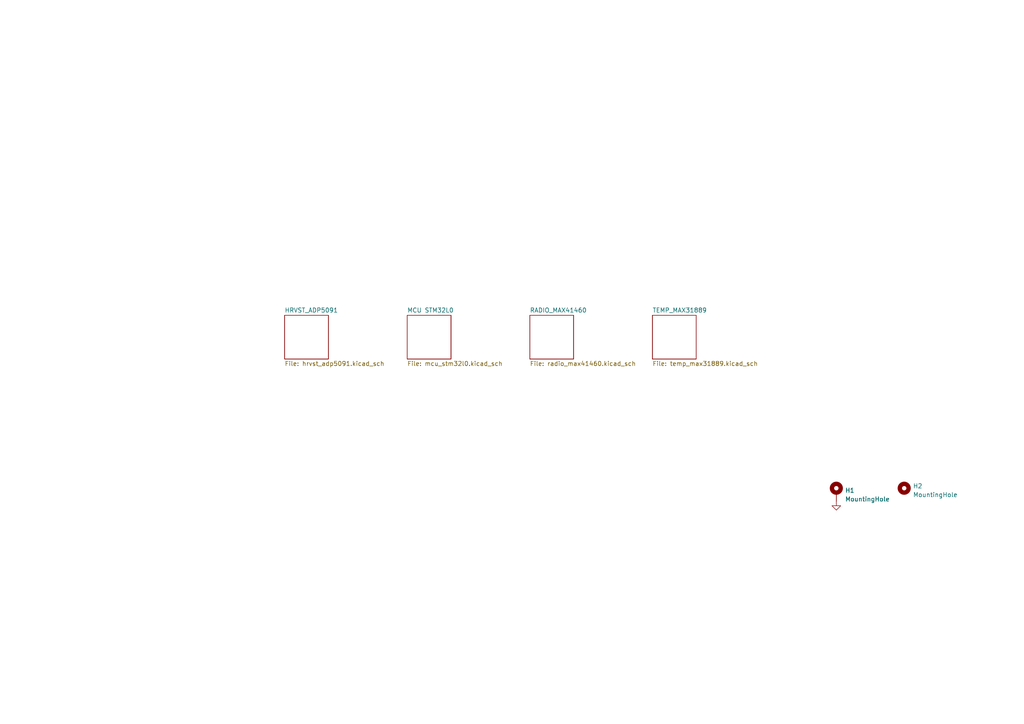
<source format=kicad_sch>
(kicad_sch (version 20230121) (generator eeschema)

  (uuid 0eb44c0c-d1a8-4a0f-ba1d-588ef5b52663)

  (paper "A4")

  (lib_symbols
    (symbol "Mechanical:MountingHole" (pin_names (offset 1.016)) (in_bom yes) (on_board yes)
      (property "Reference" "H" (at 0 5.08 0)
        (effects (font (size 1.27 1.27)))
      )
      (property "Value" "MountingHole" (at 0 3.175 0)
        (effects (font (size 1.27 1.27)))
      )
      (property "Footprint" "" (at 0 0 0)
        (effects (font (size 1.27 1.27)) hide)
      )
      (property "Datasheet" "~" (at 0 0 0)
        (effects (font (size 1.27 1.27)) hide)
      )
      (property "ki_keywords" "mounting hole" (at 0 0 0)
        (effects (font (size 1.27 1.27)) hide)
      )
      (property "ki_description" "Mounting Hole without connection" (at 0 0 0)
        (effects (font (size 1.27 1.27)) hide)
      )
      (property "ki_fp_filters" "MountingHole*" (at 0 0 0)
        (effects (font (size 1.27 1.27)) hide)
      )
      (symbol "MountingHole_0_1"
        (circle (center 0 0) (radius 1.27)
          (stroke (width 1.27) (type default))
          (fill (type none))
        )
      )
    )
    (symbol "Mechanical:MountingHole_Pad" (pin_numbers hide) (pin_names (offset 1.016) hide) (in_bom yes) (on_board yes)
      (property "Reference" "H" (at 0 6.35 0)
        (effects (font (size 1.27 1.27)))
      )
      (property "Value" "MountingHole_Pad" (at 0 4.445 0)
        (effects (font (size 1.27 1.27)))
      )
      (property "Footprint" "" (at 0 0 0)
        (effects (font (size 1.27 1.27)) hide)
      )
      (property "Datasheet" "~" (at 0 0 0)
        (effects (font (size 1.27 1.27)) hide)
      )
      (property "ki_keywords" "mounting hole" (at 0 0 0)
        (effects (font (size 1.27 1.27)) hide)
      )
      (property "ki_description" "Mounting Hole with connection" (at 0 0 0)
        (effects (font (size 1.27 1.27)) hide)
      )
      (property "ki_fp_filters" "MountingHole*Pad*" (at 0 0 0)
        (effects (font (size 1.27 1.27)) hide)
      )
      (symbol "MountingHole_Pad_0_1"
        (circle (center 0 1.27) (radius 1.27)
          (stroke (width 1.27) (type default))
          (fill (type none))
        )
      )
      (symbol "MountingHole_Pad_1_1"
        (pin input line (at 0 -2.54 90) (length 2.54)
          (name "1" (effects (font (size 1.27 1.27))))
          (number "1" (effects (font (size 1.27 1.27))))
        )
      )
    )
    (symbol "power:GND" (power) (pin_names (offset 0)) (in_bom yes) (on_board yes)
      (property "Reference" "#PWR" (at 0 -6.35 0)
        (effects (font (size 1.27 1.27)) hide)
      )
      (property "Value" "GND" (at 0 -3.81 0)
        (effects (font (size 1.27 1.27)))
      )
      (property "Footprint" "" (at 0 0 0)
        (effects (font (size 1.27 1.27)) hide)
      )
      (property "Datasheet" "" (at 0 0 0)
        (effects (font (size 1.27 1.27)) hide)
      )
      (property "ki_keywords" "global power" (at 0 0 0)
        (effects (font (size 1.27 1.27)) hide)
      )
      (property "ki_description" "Power symbol creates a global label with name \"GND\" , ground" (at 0 0 0)
        (effects (font (size 1.27 1.27)) hide)
      )
      (symbol "GND_0_1"
        (polyline
          (pts
            (xy 0 0)
            (xy 0 -1.27)
            (xy 1.27 -1.27)
            (xy 0 -2.54)
            (xy -1.27 -1.27)
            (xy 0 -1.27)
          )
          (stroke (width 0) (type default))
          (fill (type none))
        )
      )
      (symbol "GND_1_1"
        (pin power_in line (at 0 0 270) (length 0) hide
          (name "GND" (effects (font (size 1.27 1.27))))
          (number "1" (effects (font (size 1.27 1.27))))
        )
      )
    )
  )


  (symbol (lib_id "Mechanical:MountingHole") (at 262.255 141.605 0) (unit 1)
    (in_bom yes) (on_board yes) (dnp no) (fields_autoplaced)
    (uuid 42a1c5e7-341b-4eef-b3b9-4cb63c74c39b)
    (property "Reference" "H2" (at 264.795 140.97 0)
      (effects (font (size 1.27 1.27)) (justify left))
    )
    (property "Value" "MountingHole" (at 264.795 143.51 0)
      (effects (font (size 1.27 1.27)) (justify left))
    )
    (property "Footprint" "MountingHole:MountingHole_3.5mm" (at 262.255 141.605 0)
      (effects (font (size 1.27 1.27)) hide)
    )
    (property "Datasheet" "~" (at 262.255 141.605 0)
      (effects (font (size 1.27 1.27)) hide)
    )
    (instances
      (project "SolarTemperatureSensor"
        (path "/0eb44c0c-d1a8-4a0f-ba1d-588ef5b52663"
          (reference "H2") (unit 1)
        )
      )
    )
  )

  (symbol (lib_id "power:GND") (at 242.57 145.415 0) (unit 1)
    (in_bom yes) (on_board yes) (dnp no) (fields_autoplaced)
    (uuid 9e5cb0dc-e6d8-4b2c-8d40-29f4ce54bd1a)
    (property "Reference" "#PWR0165" (at 242.57 151.765 0)
      (effects (font (size 1.27 1.27)) hide)
    )
    (property "Value" "GND" (at 242.57 150.495 0)
      (effects (font (size 1.27 1.27)) hide)
    )
    (property "Footprint" "" (at 242.57 145.415 0)
      (effects (font (size 1.27 1.27)) hide)
    )
    (property "Datasheet" "" (at 242.57 145.415 0)
      (effects (font (size 1.27 1.27)) hide)
    )
    (pin "1" (uuid 7c4ee4bf-4530-4188-b4ac-bc50871b0288))
    (instances
      (project "SolarTemperatureSensor"
        (path "/0eb44c0c-d1a8-4a0f-ba1d-588ef5b52663/49f25d27-b92d-4d66-8a21-5cbe29c024bf"
          (reference "#PWR0165") (unit 1)
        )
        (path "/0eb44c0c-d1a8-4a0f-ba1d-588ef5b52663"
          (reference "#PWR05") (unit 1)
        )
      )
    )
  )

  (symbol (lib_id "Mechanical:MountingHole_Pad") (at 242.57 142.875 0) (unit 1)
    (in_bom yes) (on_board yes) (dnp no)
    (uuid b4f919c0-2e9e-40b5-8ede-1eac18d176d4)
    (property "Reference" "H1" (at 245.11 142.24 0)
      (effects (font (size 1.27 1.27)) (justify left))
    )
    (property "Value" "MountingHole" (at 245.11 144.78 0)
      (effects (font (size 1.27 1.27)) (justify left))
    )
    (property "Footprint" "MountingHole:MountingHole_3.5mm_Pad" (at 242.57 142.875 0)
      (effects (font (size 1.27 1.27)) hide)
    )
    (property "Datasheet" "~" (at 242.57 142.875 0)
      (effects (font (size 1.27 1.27)) hide)
    )
    (pin "1" (uuid 91610af5-b7f7-445f-bcd0-52609bd0deb3))
    (instances
      (project "SolarTemperatureSensor"
        (path "/0eb44c0c-d1a8-4a0f-ba1d-588ef5b52663"
          (reference "H1") (unit 1)
        )
      )
    )
  )

  (sheet (at 153.67 91.44) (size 12.7 12.7) (fields_autoplaced)
    (stroke (width 0.1524) (type solid))
    (fill (color 0 0 0 0.0000))
    (uuid 27fa3fbb-cfd4-4850-b00c-10cc3541de2d)
    (property "Sheetname" "RADIO_MAX41460" (at 153.67 90.7284 0)
      (effects (font (size 1.27 1.27)) (justify left bottom))
    )
    (property "Sheetfile" "radio_max41460.kicad_sch" (at 153.67 104.7246 0)
      (effects (font (size 1.27 1.27)) (justify left top))
    )
    (instances
      (project "SolarTemperatureSensor"
        (path "/0eb44c0c-d1a8-4a0f-ba1d-588ef5b52663" (page "4"))
      )
    )
  )

  (sheet (at 118.11 91.44) (size 12.7 12.7) (fields_autoplaced)
    (stroke (width 0.1524) (type solid))
    (fill (color 0 0 0 0.0000))
    (uuid 49f25d27-b92d-4d66-8a21-5cbe29c024bf)
    (property "Sheetname" "MCU STM32L0" (at 118.11 90.7284 0)
      (effects (font (size 1.27 1.27)) (justify left bottom))
    )
    (property "Sheetfile" "mcu_stm32l0.kicad_sch" (at 118.11 104.7246 0)
      (effects (font (size 1.27 1.27)) (justify left top))
    )
    (instances
      (project "SolarTemperatureSensor"
        (path "/0eb44c0c-d1a8-4a0f-ba1d-588ef5b52663" (page "3"))
      )
    )
  )

  (sheet (at 82.55 91.44) (size 12.7 12.7) (fields_autoplaced)
    (stroke (width 0.1524) (type solid))
    (fill (color 0 0 0 0.0000))
    (uuid 8d633bd8-56a4-4fb5-adb3-767aaac4c030)
    (property "Sheetname" "HRVST_ADP5091" (at 82.55 90.7284 0)
      (effects (font (size 1.27 1.27)) (justify left bottom))
    )
    (property "Sheetfile" "hrvst_adp5091.kicad_sch" (at 82.55 104.7246 0)
      (effects (font (size 1.27 1.27)) (justify left top))
    )
    (instances
      (project "SolarTemperatureSensor"
        (path "/0eb44c0c-d1a8-4a0f-ba1d-588ef5b52663" (page "2"))
      )
    )
  )

  (sheet (at 189.23 91.44) (size 12.7 12.7) (fields_autoplaced)
    (stroke (width 0.1524) (type solid))
    (fill (color 0 0 0 0.0000))
    (uuid d429dd98-c02a-4c22-826d-4751c46cf9d8)
    (property "Sheetname" "TEMP_MAX31889" (at 189.23 90.7284 0)
      (effects (font (size 1.27 1.27)) (justify left bottom))
    )
    (property "Sheetfile" "temp_max31889.kicad_sch" (at 189.23 104.7246 0)
      (effects (font (size 1.27 1.27)) (justify left top))
    )
    (instances
      (project "SolarTemperatureSensor"
        (path "/0eb44c0c-d1a8-4a0f-ba1d-588ef5b52663" (page "5"))
      )
    )
  )

  (sheet_instances
    (path "/" (page "1"))
  )
)

</source>
